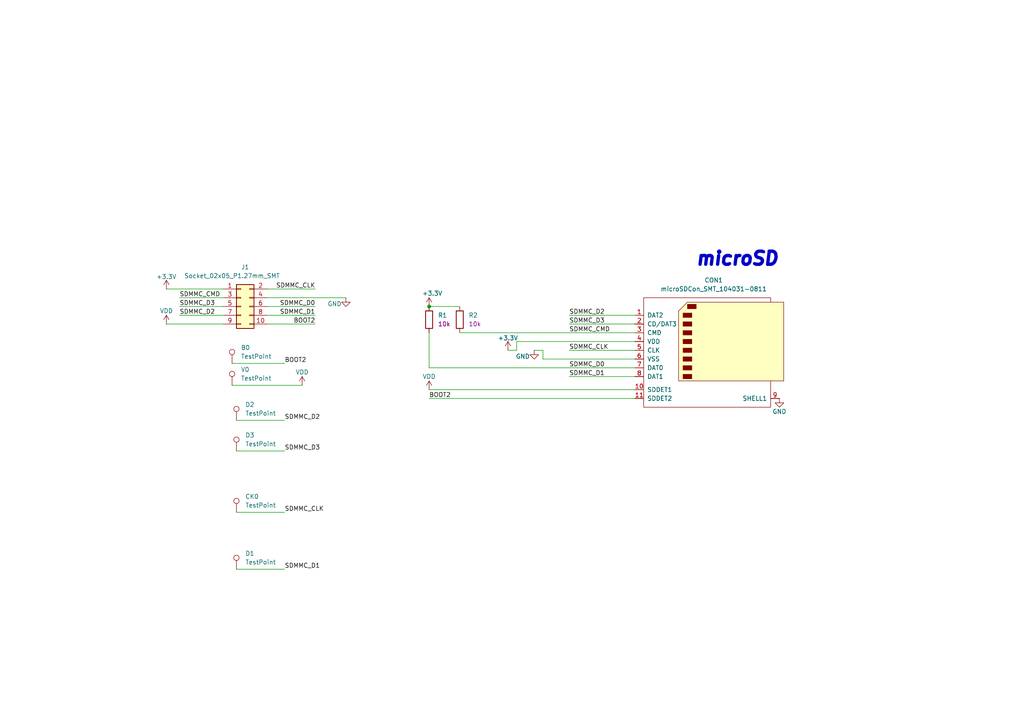
<source format=kicad_sch>
(kicad_sch (version 20250114) (generator "eeschema") (generator_version "9.0")
  (paper "A4")
  (lib_symbols
    (symbol "4ms_Connector:Socket_02x05_P1.27mm_SMT" (pin_names (offset 1.016) (hide yes))
      (property "Reference" "J" (at 0 7.62 0))
      (property "Value" "Socket_02x05_P1.27mm_SMT" (at 0 -11.43 0))
      (symbol "Socket_02x05_P1.27mm_SMT_1_1"
        (rectangle (start -2.54 6.35) (end 2.54 -6.35) (stroke (width 0.254)) (fill (type background)))
        (rectangle (start -2.54 5.207) (end -1.27 4.953))
        (rectangle (start -2.54 2.667) (end -1.27 2.413))
        (rectangle (start -2.54 0.127) (end -1.27 -0.127))
        (rectangle (start -2.54 -2.413) (end -1.27 -2.667))
        (rectangle (start -2.54 -4.953) (end -1.27 -5.207))
        (rectangle (start 1.27 5.207) (end 2.54 4.953))
        (rectangle (start 1.27 2.667) (end 2.54 2.413))
        (rectangle (start 1.27 0.127) (end 2.54 -0.127))
        (rectangle (start 1.27 -2.413) (end 2.54 -2.667))
        (rectangle (start 1.27 -4.953) (end 2.54 -5.207))
        (pin passive line (at -6.35 5.08 0) (length 3.81) (name "P1") (number "1"))
        (pin passive line (at -6.35 2.54 0) (length 3.81) (name "P3") (number "3"))
        (pin passive line (at -6.35 0 0) (length 3.81) (name "+12V") (number "5"))
        (pin passive line (at -6.35 -2.54 0) (length 3.81) (name "12V") (number "7"))
        (pin passive line (at -6.35 -5.08 0) (length 3.81) (name "GND") (number "9"))
        (pin passive line (at 6.35 5.08 180) (length 3.81) (name "P2") (number "2"))
        (pin passive line (at 6.35 2.54 180) (length 3.81) (name "P4") (number "4"))
        (pin passive line (at 6.35 0 180) (length 3.81) (name "P6") (number "6"))
        (pin passive line (at 6.35 -2.54 180) (length 3.81) (name "+12V") (number "8"))
        (pin passive line (at 6.35 -5.08 180) (length 3.81) (name "GND") (number "10"))
      )
    )
    (symbol "4ms_Connector:TestPoint" (pin_numbers (hide yes)) (pin_names (offset 0.762) (hide yes))
      (property "Reference" "TP" (at 0 6.858 0))
      (property "Value" "TestPoint" (at 0 5.08 0))
      (symbol "TestPoint_0_1"
        (circle (center 0 3.302) (radius 0.762))
      )
      (symbol "TestPoint_1_1"
        (pin passive line (at 0 0 90) (length 2.54) (name "1") (number "1"))
      )
    )
    (symbol "4ms_Connector:microSDCon_SMT_104031-0811" (pin_names (offset 1.016))
      (property "Reference" "CON" (at -16.51 13.97 0))
      (property "Value" "microSDCon_SMT_104031-0811" (at 17.78 15.24 0))
      (symbol "microSDCon_SMT_104031-0811_0_1"
        (polyline (pts (xy -10.16 8.89) (xy -7.62 11.43) (xy 20.32 11.43) (xy 20.32 -11.43) (xy -10.16 -11.43) (xy -10.16 8.89)) (fill (type background)))
        (rectangle (start -8.89 8.255) (end -6.35 6.985) (fill (type outline)))
        (rectangle (start -8.89 5.715) (end -6.35 4.445) (fill (type outline)))
        (rectangle (start -8.89 3.175) (end -6.35 1.905) (fill (type outline)))
        (rectangle (start -8.89 0.635) (end -6.35 -0.635) (fill (type outline)))
        (rectangle (start -8.89 -1.905) (end -6.35 -3.175) (fill (type outline)))
        (rectangle (start -8.89 -4.445) (end -6.35 -5.715) (fill (type outline)))
        (rectangle (start -8.89 -6.985) (end -6.35 -8.255) (fill (type outline)))
        (rectangle (start -8.89 -9.525) (end -6.35 -10.795) (fill (type outline)))
        (rectangle (start -7.62 10.795) (end -5.08 9.525) (fill (type outline)))
        (polyline (pts (xy 16.51 11.43) (xy 16.51 12.7) (xy -20.32 12.7) (xy -20.32 -19.05) (xy 16.51 -19.05) (xy 16.51 -11.43)))
      )
      (symbol "microSDCon_SMT_104031-0811_1_1"
        (pin input line (at -22.86 7.62 0) (length 2.54) (name "DAT2") (number "1"))
        (pin input line (at -22.86 5.08 0) (length 2.54) (name "CD/DAT3") (number "2"))
        (pin input line (at -22.86 2.54 0) (length 2.54) (name "CMD") (number "3"))
        (pin input line (at -22.86 0 0) (length 2.54) (name "VDD") (number "4"))
        (pin input line (at -22.86 -2.54 0) (length 2.54) (name "CLK") (number "5"))
        (pin input line (at -22.86 -5.08 0) (length 2.54) (name "VSS") (number "6"))
        (pin input line (at -22.86 -7.62 0) (length 2.54) (name "DAT0") (number "7"))
        (pin input line (at -22.86 -10.16 0) (length 2.54) (name "DAT1") (number "8"))
        (pin input line (at -22.86 -13.97 0) (length 2.54) (name "SDDET1") (number "10"))
        (pin input line (at -22.86 -16.51 0) (length 2.54) (name "SDDET2") (number "11"))
        (pin input line (at 19.05 -16.51 180) (length 2.54) (name "SHELL1") (number "9"))
      )
    )
    (symbol "4ms_Power_Symbol:+3.3V" (power) (pin_names (offset 0))
      (property "Value" "+3.3V" (at 0 3.556 0))
      (symbol "+3.3V_0_1"
        (polyline (pts (xy -0.762 1.27) (xy 0 2.54)))
        (polyline (pts (xy 0 2.54) (xy 0.762 1.27)))
        (polyline (pts (xy 0 0) (xy 0 2.54)))
      )
      (symbol "+3.3V_1_1"
        (pin power_in line (at 0 0 90) (length 0) (hide yes) (name "+3V3") (number "1"))
      )
    )
    (symbol "4ms_Resistor_0603:10k_0603" (pin_numbers (hide yes)) (pin_names (offset 0))
      (property "Reference" "R" (at 2.032 0 90))
      (property "Display" "10k" (at 3.81 0 90))
      (symbol "10k_0603_0_1"
        (rectangle (start -1.016 -2.54) (end 1.016 2.54) (stroke (width 0.254)))
      )
      (symbol "10k_0603_1_1"
        (pin passive line (at 0 3.81 270) (length 1.27) (name "~") (number "1"))
        (pin passive line (at 0 -3.81 90) (length 1.27) (name "~") (number "2"))
      )
    )
    (symbol "power:GND" (power) (pin_numbers (hide yes)) (pin_names (offset 0) (hide yes))
      (property "Value" "GND" (at 0 -3.81 0))
      (symbol "GND_0_1"
        (polyline (pts (xy 0 0) (xy 0 -1.27) (xy 1.27 -1.27) (xy 0 -2.54) (xy -1.27 -1.27) (xy 0 -1.27)))
      )
      (symbol "GND_1_1"
        (pin power_in line (at 0 0 270) (length 0) (name "~") (number "1"))
      )
    )
    (symbol "power:VDD" (power) (pin_numbers (hide yes)) (pin_names (offset 0) (hide yes))
      (property "Value" "VDD" (at 0 3.556 0))
      (symbol "VDD_0_1"
        (polyline (pts (xy -0.762 1.27) (xy 0 2.54)))
        (polyline (pts (xy 0 2.54) (xy 0.762 1.27)))
        (polyline (pts (xy 0 0) (xy 0 2.54)))
      )
      (symbol "VDD_1_1"
        (pin power_in line (at 0 0 90) (length 0) (name "~") (number "1"))
      )
    )
  )
  (text "microSD" (at 213.868 75.184 0) (effects (font (size 3.81 3.81) (thickness 1.016) (bold yes) (italic yes))))
  (junction (at 124.46 88.9))
  (wire (pts (xy 157.48 104.14) (xy 184.15 104.14)))
  (wire (pts (xy 68.58 121.92) (xy 82.55 121.92)))
  (wire (pts (xy 48.26 93.98) (xy 64.77 93.98)))
  (wire (pts (xy 165.1 101.6) (xy 184.15 101.6)))
  (wire (pts (xy 149.86 101.6) (xy 149.86 99.06)))
  (wire (pts (xy 77.47 91.44) (xy 91.44 91.44)))
  (wire (pts (xy 157.48 101.6) (xy 157.48 104.14)))
  (wire (pts (xy 184.15 99.06) (xy 149.86 99.06)))
  (wire (pts (xy 165.1 109.22) (xy 184.15 109.22)))
  (wire (pts (xy 124.46 96.52) (xy 124.46 106.68)))
  (wire (pts (xy 165.1 93.98) (xy 184.15 93.98)))
  (wire (pts (xy 52.07 91.44) (xy 64.77 91.44)))
  (wire (pts (xy 52.07 88.9) (xy 64.77 88.9)))
  (wire (pts (xy 133.35 96.52) (xy 184.15 96.52)))
  (wire (pts (xy 77.47 83.82) (xy 91.44 83.82)))
  (wire (pts (xy 77.47 93.98) (xy 91.44 93.98)))
  (wire (pts (xy 67.31 111.76) (xy 87.63 111.76)))
  (wire (pts (xy 52.07 86.36) (xy 64.77 86.36)))
  (wire (pts (xy 124.46 88.9) (xy 133.35 88.9)))
  (wire (pts (xy 77.47 86.36) (xy 100.33 86.36)))
  (wire (pts (xy 124.46 113.03) (xy 184.15 113.03)))
  (wire (pts (xy 68.58 165.1) (xy 82.55 165.1)))
  (wire (pts (xy 124.46 115.57) (xy 184.15 115.57)))
  (wire (pts (xy 48.26 83.82) (xy 64.77 83.82)))
  (wire (pts (xy 68.58 148.59) (xy 82.55 148.59)))
  (wire (pts (xy 124.46 106.68) (xy 184.15 106.68)))
  (wire (pts (xy 147.32 101.6) (xy 149.86 101.6)))
  (wire (pts (xy 157.48 101.6) (xy 154.94 101.6)))
  (wire (pts (xy 82.55 105.41) (xy 67.31 105.41)))
  (wire (pts (xy 68.58 130.81) (xy 82.55 130.81)))
  (wire (pts (xy 77.47 88.9) (xy 91.44 88.9)))
  (wire (pts (xy 165.1 91.44) (xy 184.15 91.44)))
  (label "SDMMC_D1" (at 165.1 109.22 0))
  (label "BOOT2" (at 91.44 93.98 180))
  (label "SDMMC_D0" (at 91.44 88.9 180))
  (label "SDMMC_CLK" (at 82.55 148.59 0))
  (label "SDMMC_D1" (at 82.55 165.1 0))
  (label "SDMMC_CLK" (at 91.44 83.82 180))
  (label "SDMMC_CMD" (at 165.1 96.52 0))
  (label "SDMMC_D2" (at 52.07 91.44 0))
  (label "SDMMC_D3" (at 165.1 93.98 0))
  (label "SDMMC_D2" (at 82.55 121.92 0))
  (label "BOOT2" (at 124.46 115.57 0))
  (label "SDMMC_CLK" (at 165.1 101.6 0))
  (label "SDMMC_D3" (at 52.07 88.9 0))
  (label "SDMMC_D2" (at 165.1 91.44 0))
  (label "SDMMC_D1" (at 91.44 91.44 180))
  (label "SDMMC_CMD" (at 52.07 86.36 0))
  (label "SDMMC_D0" (at 165.1 106.68 0))
  (label "SDMMC_D3" (at 82.55 130.81 0))
  (label "BOOT2" (at 82.55 105.41 0))
  (symbol (lib_id "4ms_Power_Symbol:+3.3V") (at 48.26 83.82 0) (unit 1)
    (property "Reference" "#PWR0529" (effects (hide yes)))
    (property "Value" "+3.3V" (at 48.26 80.264 0))
  )
  (symbol (lib_id "4ms_Resistor_0603:10k_0603") (at 133.35 92.71 0) (unit 1)
    (property "Reference" "R2" (at 135.89 91.4399 0) (effects (justify left)))
    (property "Value" "10k_0603" (effects (hide yes)))
    (property "Footprint" "4ms_Resistor:R_0603" (effects (hide yes)))
    (property "Description" "10k, 1%, 1/10W, 0603" (effects (hide yes)))
    (property "Specifications" "10k, 1%, 1/10W, 0603" (effects (hide yes)))
    (property "Manufacturer" "Yageo" (effects (hide yes)))
    (property "Part Number" "RC0603FR-0710KL" (effects (hide yes)))
    (property "Display" "10k" (at 135.89 93.9799 0) (effects (justify left)))
    (property "JLCPCB ID" "C98220" (effects (hide yes)))
    (property "Production Stage" "A" (effects (hide yes)))
  )
  (symbol (lib_id "4ms_Connector:TestPoint") (at 67.31 111.76 0) (unit 1)
    (property "Reference" "V0" (at 69.85 107.1879 0) (effects (justify left)))
    (property "Value" "TestPoint" (at 69.85 109.7279 0) (effects (justify left)))
    (property "Footprint" "TestPoint:TestPoint_Pad_1.0x1.0mm" (effects (hide yes)))
    (property "Description" "test point" (effects (hide yes)))
  )
  (symbol (lib_id "power:VDD") (at 48.26 93.98 0) (unit 1)
    (property "Reference" "#PWR0527" (effects (hide yes)))
    (property "Value" "VDD" (at 48.26 90.17 0))
  )
  (symbol (lib_id "4ms_Connector:TestPoint") (at 68.58 130.81 0) (unit 1)
    (property "Reference" "D3" (at 71.12 126.2379 0) (effects (justify left)))
    (property "Value" "TestPoint" (at 71.12 128.7779 0) (effects (justify left)))
    (property "Footprint" "TestPoint:TestPoint_Pad_1.0x1.0mm" (effects (hide yes)))
    (property "Description" "test point" (effects (hide yes)))
  )
  (symbol (lib_id "power:VDD") (at 87.63 111.76 0) (unit 1)
    (property "Reference" "#PWR02" (effects (hide yes)))
    (property "Value" "VDD" (at 87.63 107.95 0))
  )
  (symbol (lib_id "4ms_Connector:microSDCon_SMT_104031-0811") (at 207.01 99.06 0) (unit 1)
    (property "Reference" "CON1" (at 207.01 81.28 0))
    (property "Value" "microSDCon_SMT_104031-0811" (at 207.01 83.82 0))
    (property "Footprint" "4ms_Connector_Card:CardSlot_MicroSD_Molex_104031-0811" (effects (hide yes)))
    (property "Datasheet" "https://www.molex.com/pdm_docs/sd/1040310811_sd.pdf" (effects (hide yes)))
    (property "Description" "Micro SD Card Reader" (effects (hide yes)))
    (property "Part Number" "104031-0811" (effects (hide yes)))
    (property "Manufacturer" "Molex" (effects (hide yes)))
    (property "Specifications" "MicroSD Card Conn Horiz SMT" (effects (hide yes)))
    (property "Production Stage" "AB" (effects (hide yes)))
    (property "JLCPCB ID" "C585350" (effects (hide yes)))
  )
  (symbol (lib_id "4ms_Connector:TestPoint") (at 68.58 121.92 0) (unit 1)
    (property "Reference" "D2" (at 71.12 117.3479 0) (effects (justify left)))
    (property "Value" "TestPoint" (at 71.12 119.8879 0) (effects (justify left)))
    (property "Footprint" "TestPoint:TestPoint_Pad_1.0x1.0mm" (effects (hide yes)))
    (property "Description" "test point" (effects (hide yes)))
  )
  (symbol (lib_id "4ms_Connector:Socket_02x05_P1.27mm_SMT") (at 71.12 88.9 0) (unit 1)
    (property "Reference" "J1" (at 71.12 77.47 0))
    (property "Value" "Socket_02x05_P1.27mm_SMT" (at 67.31 80.01 0))
    (property "Footprint" "4ms_Connector:Socket_2x05_1.27mm_SMD" (effects (hide yes)))
    (property "Datasheet" "https://www.mouser.com/datasheet/2/527/clp_sm-1369947.pdf" (effects (hide yes)))
    (property "Description" "Header 2x5 Socket, Pitch=1.27mm, Rcpt Height=3mm, Vertical, SMT" (effects (hide yes)))
    (property "Specifications" "Socket 2x5, Pitch=1.27mm, Rcpt Height=2.3mm, Vertical, SMT" (effects (hide yes)))
    (property "Manufacturer" "Samtec" (effects (hide yes)))
    (property "Part Number" "CLP-105-02-F-D" (effects (hide yes)))
    (property "Production Stage" "AB" (effects (hide yes)))
  )
  (symbol (lib_id "4ms_Power_Symbol:+3.3V") (at 124.46 88.9 0) (unit 1)
    (property "Reference" "#PWR048" (effects (hide yes)))
    (property "Value" "+3.3V" (at 122.428 85.09 0) (effects (justify left)))
  )
  (symbol (lib_id "power:VDD") (at 124.46 113.03 0) (unit 1)
    (property "Reference" "#PWR0525" (effects (hide yes)))
    (property "Value" "VDD" (at 124.46 109.22 0))
  )
  (symbol (lib_id "power:GND") (at 226.06 115.57 0) (unit 1)
    (property "Reference" "#PWR037" (effects (hide yes)))
    (property "Value" "GND" (at 226.06 119.38 0))
  )
  (symbol (lib_id "4ms_Connector:TestPoint") (at 68.58 148.59 0) (unit 1)
    (property "Reference" "CK0" (at 71.12 144.0179 0) (effects (justify left)))
    (property "Value" "TestPoint" (at 71.12 146.5579 0) (effects (justify left)))
    (property "Footprint" "TestPoint:TestPoint_Pad_1.0x1.0mm" (effects (hide yes)))
    (property "Description" "test point" (effects (hide yes)))
  )
  (symbol (lib_id "4ms_Resistor_0603:10k_0603") (at 124.46 92.71 0) (unit 1)
    (property "Reference" "R1" (at 127 91.4399 0) (effects (justify left)))
    (property "Value" "10k_0603" (effects (hide yes)))
    (property "Footprint" "4ms_Resistor:R_0603" (effects (hide yes)))
    (property "Description" "10k, 1%, 1/10W, 0603" (effects (hide yes)))
    (property "Specifications" "10k, 1%, 1/10W, 0603" (effects (hide yes)))
    (property "Manufacturer" "Yageo" (effects (hide yes)))
    (property "Part Number" "RC0603FR-0710KL" (effects (hide yes)))
    (property "Display" "10k" (at 127 93.9799 0) (effects (justify left)))
    (property "JLCPCB ID" "C98220" (effects (hide yes)))
    (property "Production Stage" "A" (effects (hide yes)))
  )
  (symbol (lib_id "4ms_Connector:TestPoint") (at 67.31 105.41 0) (unit 1)
    (property "Reference" "B0" (at 69.85 100.8379 0) (effects (justify left)))
    (property "Value" "TestPoint" (at 69.85 103.3779 0) (effects (justify left)))
    (property "Footprint" "TestPoint:TestPoint_Pad_1.0x1.0mm" (effects (hide yes)))
    (property "Description" "test point" (effects (hide yes)))
  )
  (symbol (lib_id "4ms_Power_Symbol:+3.3V") (at 147.32 101.6 0) (unit 1)
    (property "Reference" "#PWR0343" (effects (hide yes)))
    (property "Value" "+3.3V" (at 147.32 98.044 0))
  )
  (symbol (lib_id "power:GND") (at 100.33 86.36 0) (unit 1)
    (property "Reference" "#PWR0528" (effects (hide yes)))
    (property "Value" "GND" (at 97.028 88.138 0))
  )
  (symbol (lib_id "4ms_Connector:TestPoint") (at 68.58 165.1 0) (unit 1)
    (property "Reference" "D1" (at 71.12 160.5279 0) (effects (justify left)))
    (property "Value" "TestPoint" (at 71.12 163.0679 0) (effects (justify left)))
    (property "Footprint" "TestPoint:TestPoint_Pad_1.0x1.0mm" (effects (hide yes)))
    (property "Description" "test point" (effects (hide yes)))
  )
  (symbol (lib_id "power:GND") (at 154.94 101.6 0) (unit 1)
    (property "Reference" "#PWR038" (effects (hide yes)))
    (property "Value" "GND" (at 151.638 103.378 0))
  )
)
</source>
